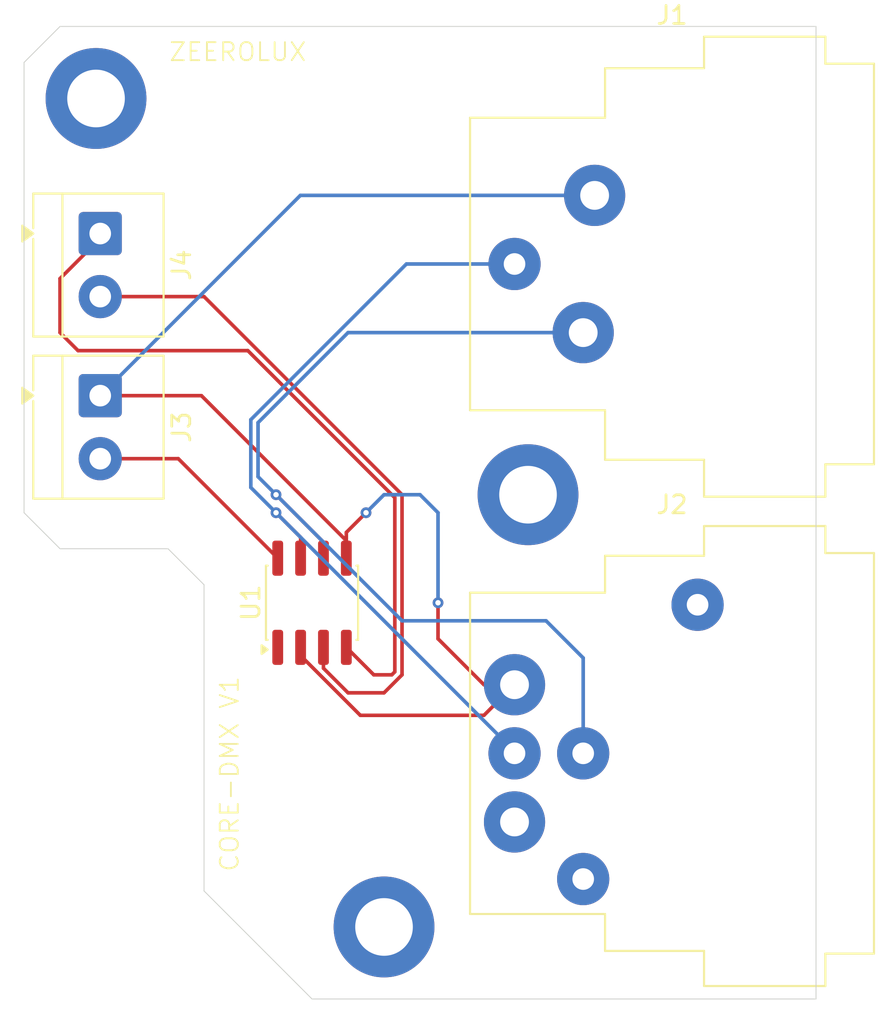
<source format=kicad_pcb>
(kicad_pcb (version 20241229) (generator "pcbnew") (generator_version "9.0")
  (layers (0 "F.Cu" signal) (2 "B.Cu" signal) (13 "F.Paste" user) (15 "B.Paste" user) (5 "F.SilkS" user "F.Silkscreen") (7 "B.SilkS" user "B.Silkscreen") (1 "F.Mask" user) (3 "B.Mask" user) (25 "Edge.Cuts" user))
  (net 0 "")
  (net 1 "D+")
  (net 2 "GND")
  (net 3 "D-")
  (net 6 "+5V")
  (net 7 "Din")
  (net 8 "Denable")
  (footprint "Package_SO:SOIC-8_3.9x4.9mm_P1.27mm" (layer "F.Cu") (at 86 51 90)
    (property "Reference" "U1" (at 0 -3.4 90) (layer "F.SilkS"))
    (property "Value" "MAX485E")
    (fp_line (start 2.06 -2.56) (end 2.06 -2.465) (stroke (width 0.12)) (layer "F.SilkS"))
    (fp_line (start -2.06 -2.56) (end 2.06 -2.56) (stroke (width 0.12)) (layer "F.SilkS"))
    (fp_line (start -2.06 -2.465) (end -2.06 -2.56) (stroke (width 0.12)) (layer "F.SilkS"))
    (fp_line (start 2.06 2.465) (end 2.06 2.56) (stroke (width 0.12)) (layer "F.SilkS"))
    (fp_line (start 2.06 2.56) (end -2.06 2.56) (stroke (width 0.12)) (layer "F.SilkS"))
    (fp_line (start -2.06 2.56) (end -2.06 2.465) (stroke (width 0.12)) (layer "F.SilkS"))
    (fp_poly (pts (xy -2.6 -2.47) (xy -2.84 -2.8) (xy -2.36 -2.8)) (stroke (width 0.12)) (fill yes) (layer "F.SilkS"))
    (pad "1" smd roundrect (at -2.475 -1.905 90) (size 1.95 0.6) (layers "F.Cu" "F.Mask" "F.Paste"))
    (pad "2" smd roundrect (at -2.475 -0.635 90) (size 1.95 0.6) (layers "F.Cu" "F.Mask" "F.Paste") (net 2 "GND"))
    (pad "3" smd roundrect (at -2.475 0.635 90) (size 1.95 0.6) (layers "F.Cu" "F.Mask" "F.Paste") (net 8 "Denable"))
    (pad "4" smd roundrect (at -2.475 1.905 90) (size 1.95 0.6) (layers "F.Cu" "F.Mask" "F.Paste") (net 7 "Din"))
    (pad "5" smd roundrect (at 2.475 1.905 90) (size 1.95 0.6) (layers "F.Cu" "F.Mask" "F.Paste") (net 2 "GND"))
    (pad "6" smd roundrect (at 2.475 0.635 90) (size 1.95 0.6) (layers "F.Cu" "F.Mask" "F.Paste") (net 3 "D-"))
    (pad "7" smd roundrect (at 2.475 -0.635 90) (size 1.95 0.6) (layers "F.Cu" "F.Mask" "F.Paste") (net 1 "D+"))
    (pad "8" smd roundrect (at 2.475 -1.905 90) (size 1.95 0.6) (layers "F.Cu" "F.Mask" "F.Paste") (net 6 "+5V"))
  )
  (footprint "TerminalBlock_4Ucon:TerminalBlock_4Ucon_1x02_P3.50mm_Horizontal" (layer "F.Cu") (at 74.2325 39.5 -90)
    (property "Reference" "J3" (at 1.75 -4.52 90) (layer "F.SilkS"))
    (property "Value" "Screw_Terminal_01x02")
    (fp_line (start -2.22 3.72) (end -2.22 -3.52) (stroke (width 0.12)) (layer "F.SilkS"))
    (fp_line (start -0.3 3.72) (end -2.22 3.72) (stroke (width 0.12)) (layer "F.SilkS"))
    (fp_line (start 5.72 3.72) (end 0.3 3.72) (stroke (width 0.12)) (layer "F.SilkS"))
    (fp_line (start -2.22 2.1) (end 5.72 2.1) (stroke (width 0.12)) (layer "F.SilkS"))
    (fp_line (start -2.22 -3.52) (end 5.72 -3.52) (stroke (width 0.12)) (layer "F.SilkS"))
    (fp_line (start 5.72 -3.52) (end 5.72 3.72) (stroke (width 0.12)) (layer "F.SilkS"))
    (fp_poly (pts (xy 0 3.72) (xy 0.44 4.33) (xy -0.44 4.33)) (stroke (width 0.12)) (fill yes) (layer "F.SilkS"))
    (pad "1" thru_hole roundrect (at 0 0 270) (size 2.4 2.4) (drill 1.2) (layers "*.Cu" "*.Mask") (roundrect_rratio 0.104167) (net 2 "GND"))
    (pad "2" thru_hole circle (at 3.5 0 270) (size 2.4 2.4) (drill 1.2) (layers "*.Cu" "*.Mask") (net 6 "+5V"))
  )
  (footprint "" (layer "F.Cu") (at 74 23)
    (property "Reference" "" (at 0 0 0) (layer "F.SilkS") (effects (font (size 1.27 1.27))))
    (property "Value" "")
    (pad "1" thru_hole circle (at 0 0) (size 5.6 5.6) (drill 3.2) (layers "*.Cu" "*.Mask"))
  )
  (footprint "TerminalBlock_4Ucon:TerminalBlock_4Ucon_1x02_P3.50mm_Horizontal" (layer "F.Cu") (at 74.2325 30.5 -90)
    (property "Reference" "J4" (at 1.75 -4.52 90) (layer "F.SilkS"))
    (property "Value" "Screw_Terminal_01x02")
    (fp_line (start -2.22 3.72) (end -2.22 -3.52) (stroke (width 0.12)) (layer "F.SilkS"))
    (fp_line (start -0.3 3.72) (end -2.22 3.72) (stroke (width 0.12)) (layer "F.SilkS"))
    (fp_line (start 5.72 3.72) (end 0.3 3.72) (stroke (width 0.12)) (layer "F.SilkS"))
    (fp_line (start -2.22 2.1) (end 5.72 2.1) (stroke (width 0.12)) (layer "F.SilkS"))
    (fp_line (start -2.22 -3.52) (end 5.72 -3.52) (stroke (width 0.12)) (layer "F.SilkS"))
    (fp_line (start 5.72 -3.52) (end 5.72 3.72) (stroke (width 0.12)) (layer "F.SilkS"))
    (fp_poly (pts (xy 0 3.72) (xy 0.44 4.33) (xy -0.44 4.33)) (stroke (width 0.12)) (fill yes) (layer "F.SilkS"))
    (pad "1" thru_hole roundrect (at 0 0 270) (size 2.4 2.4) (drill 1.2) (layers "*.Cu" "*.Mask") (roundrect_rratio 0.104167) (net 7 "Din"))
    (pad "2" thru_hole circle (at 3.5 0 270) (size 2.4 2.4) (drill 1.2) (layers "*.Cu" "*.Mask") (net 8 "Denable"))
  )
  (footprint "Connector_Audio:Jack_XLR_Neutrik_NC5FAH-0_Horizontal" (layer "F.Cu") (at 97.25 55.55)
    (property "Reference" "J2" (at 8.75 -10 0) (layer "F.SilkS"))
    (property "Value" "XLR5")
    (fp_line (start -2.47 -5.11) (end -2.47 12.73) (stroke (width 0.12)) (layer "F.SilkS"))
    (fp_line (start 5.03 -5.11) (end -2.47 -5.11) (stroke (width 0.12)) (layer "F.SilkS"))
    (fp_line (start 5.03 -5.11) (end 5.03 -7.16) (stroke (width 0.12)) (layer "F.SilkS"))
    (fp_line (start 5.03 12.73) (end -2.47 12.73) (stroke (width 0.12)) (layer "F.SilkS"))
    (fp_line (start 5.03 12.73) (end 5.03 14.78) (stroke (width 0.12)) (layer "F.SilkS"))
    (fp_line (start 10.53 -7.16) (end 5.03 -7.16) (stroke (width 0.12)) (layer "F.SilkS"))
    (fp_line (start 10.53 -7.16) (end 10.53 -8.81) (stroke (width 0.12)) (layer "F.SilkS"))
    (fp_line (start 10.53 14.78) (end 5.03 14.78) (stroke (width 0.12)) (layer "F.SilkS"))
    (fp_line (start 10.53 16.73) (end 10.53 14.78) (stroke (width 0.12)) (layer "F.SilkS"))
    (fp_line (start 17.27 -8.81) (end 10.53 -8.81) (stroke (width 0.12)) (layer "F.SilkS"))
    (fp_line (start 17.27 -8.81) (end 17.27 -7.31) (stroke (width 0.12)) (layer "F.SilkS"))
    (fp_line (start 17.27 -7.31) (end 19.97 -7.31) (stroke (width 0.12)) (layer "F.SilkS"))
    (fp_line (start 17.27 14.93) (end 17.27 16.73) (stroke (width 0.12)) (layer "F.SilkS"))
    (fp_line (start 17.27 14.93) (end 19.97 14.93) (stroke (width 0.12)) (layer "F.SilkS"))
    (fp_line (start 17.27 16.73) (end 10.53 16.73) (stroke (width 0.12)) (layer "F.SilkS"))
    (fp_line (start 19.97 -7.31) (end 19.97 14.93) (stroke (width 0.12)) (layer "F.SilkS"))
    (pad "" np_thru_hole circle (at 8.26 7.62) (size 1.6 1.6) (drill 1.6) (layers "*.Cu" "*.Mask"))
    (pad "" np_thru_hole circle (at 13.34 0) (size 1.6 1.6) (drill 1.6) (layers "*.Cu" "*.Mask"))
    (pad "1" thru_hole circle (at 0 0) (size 3.4 3.4) (drill 1.6) (layers "*.Cu" "*.Mask") (net 2 "GND"))
    (pad "2" thru_hole circle (at 3.815 3.81) (size 2.9 2.9) (drill 1.2) (layers "*.Cu" "*.Mask") (net 3 "D-"))
    (pad "3" thru_hole circle (at 0 3.81) (size 2.9 2.9) (drill 1.2) (layers "*.Cu" "*.Mask") (net 1 "D+"))
    (pad "4" thru_hole circle (at 3.815 10.79) (size 2.9 2.9) (drill 1.2) (layers "*.Cu" "*.Mask"))
    (pad "5" thru_hole circle (at 0 7.62) (size 3.4 3.4) (drill 1.6) (layers "*.Cu" "*.Mask"))
    (pad "G" thru_hole circle (at 10.17 -4.44) (size 2.9 2.9) (drill 1.2) (layers "*.Cu" "*.Mask"))
  )
  (footprint "MountingHole:MountingHole_3.2mm_M3_DIN965_Pad" (layer "F.Cu") (at 90 69)
    (property "Reference" "REF**" (hide yes))
    (property "Value" "MountingHole_3.2mm_M3_DIN965_Pad")
    (pad "1" thru_hole circle (at 0 0) (size 5.6 5.6) (drill 3.2) (layers "*.Cu" "*.Mask"))
  )
  (footprint "" (layer "F.Cu") (at 98 45)
    (property "Reference" "" (at 0 0 0) (layer "F.SilkS") (effects (font (size 1.27 1.27))))
    (property "Value" "")
    (pad "1" thru_hole circle (at 0 0) (size 5.6 5.6) (drill 3.2) (layers "*.Cu" "*.Mask"))
  )
  (footprint "Connector_Audio:Jack_XLR_Neutrik_NC3FAH-0_Horizontal" (layer "F.Cu") (at 101.7 28.38)
    (property "Reference" "J1" (at 4.3 -10 0) (layer "F.SilkS"))
    (property "Value" "XLR3")
    (fp_line (start -6.92 -4.31) (end -6.92 11.93) (stroke (width 0.12)) (layer "F.SilkS"))
    (fp_line (start 0.58 -7.06) (end 0.58 -4.31) (stroke (width 0.12)) (layer "F.SilkS"))
    (fp_line (start 0.58 -4.31) (end -6.92 -4.31) (stroke (width 0.12)) (layer "F.SilkS"))
    (fp_line (start 0.58 11.93) (end -6.92 11.93) (stroke (width 0.12)) (layer "F.SilkS"))
    (fp_line (start 0.58 11.93) (end 0.58 14.68) (stroke (width 0.12)) (layer "F.SilkS"))
    (fp_line (start 6.08 -7.06) (end 0.58 -7.06) (stroke (width 0.12)) (layer "F.SilkS"))
    (fp_line (start 6.08 -7.06) (end 6.08 -8.81) (stroke (width 0.12)) (layer "F.SilkS"))
    (fp_line (start 6.08 14.68) (end 0.58 14.68) (stroke (width 0.12)) (layer "F.SilkS"))
    (fp_line (start 6.08 16.73) (end 6.08 14.68) (stroke (width 0.12)) (layer "F.SilkS"))
    (fp_line (start 12.82 -8.81) (end 6.08 -8.81) (stroke (width 0.12)) (layer "F.SilkS"))
    (fp_line (start 12.82 -8.81) (end 12.82 -7.31) (stroke (width 0.12)) (layer "F.SilkS"))
    (fp_line (start 12.82 -7.31) (end 15.52 -7.31) (stroke (width 0.12)) (layer "F.SilkS"))
    (fp_line (start 12.82 14.93) (end 12.82 16.73) (stroke (width 0.12)) (layer "F.SilkS"))
    (fp_line (start 12.82 14.93) (end 15.52 14.93) (stroke (width 0.12)) (layer "F.SilkS"))
    (fp_line (start 12.82 16.73) (end 6.08 16.73) (stroke (width 0.12)) (layer "F.SilkS"))
    (fp_line (start 15.52 -7.31) (end 15.52 14.93) (stroke (width 0.12)) (layer "F.SilkS"))
    (pad "" np_thru_hole circle (at 3.81 7.62) (size 1.6 1.6) (drill 1.6) (layers "*.Cu" "*.Mask"))
    (pad "" np_thru_hole circle (at 8.89 0) (size 1.6 1.6) (drill 1.6) (layers "*.Cu" "*.Mask"))
    (pad "1" thru_hole circle (at 0 0) (size 3.4 3.4) (drill 1.6) (layers "*.Cu" "*.Mask") (net 2 "GND"))
    (pad "2" thru_hole circle (at -0.635 7.62) (size 3.4 3.4) (drill 1.6) (layers "*.Cu" "*.Mask") (net 3 "D-"))
    (pad "3" thru_hole circle (at -4.45 3.81) (size 2.9 2.9) (drill 1.2) (layers "*.Cu" "*.Mask") (net 1 "D+"))
  )
  (gr_line (start 86 73) (end 80 67) (stroke (width 0.05)) (layer "Edge.Cuts"))
  (gr_line (start 72 48) (end 70 46) (stroke (width 0.05)) (layer "Edge.Cuts"))
  (gr_line (start 70 21) (end 72 19) (stroke (width 0.05)) (layer "Edge.Cuts"))
  (gr_line (start 72 19) (end 114 19) (stroke (width 0.05)) (layer "Edge.Cuts"))
  (gr_line (start 78 48) (end 72 48) (stroke (width 0.05)) (layer "Edge.Cuts"))
  (gr_line (start 70 46) (end 70 21) (stroke (width 0.05)) (layer "Edge.Cuts"))
  (gr_line (start 114 19) (end 114 73) (stroke (width 0.05)) (layer "Edge.Cuts"))
  (gr_line (start 114 73) (end 86 73) (stroke (width 0.05)) (layer "Edge.Cuts"))
  (gr_line (start 80 67) (end 80 50) (stroke (width 0.05)) (layer "Edge.Cuts"))
  (gr_line (start 80 50) (end 78 48) (stroke (width 0.05)) (layer "Edge.Cuts"))
  (gr_text "ZEEROLUX" (at 78 21 0) (layer "F.SilkS") (effects (font (size 1 1) (thickness 0.1)) (justify left bottom)))
  (gr_text "CORE-DMX V1" (at 82 66 90) (layer "F.SilkS") (effects (font (size 1 1) (thickness 0.1)) (justify left bottom)))
  (segment (start 85.365 48.525) (end 85.365 47.365) (width 0.2) (layer "F.Cu") (net 1))
  (segment (start 85.365 47.365) (end 84 46) (width 0.2) (layer "F.Cu") (net 1))
  (via (at 84 46) (size 0.6) (drill 0.3) (layers "F.Cu" "B.Cu") (net 1))
  (segment (start 91.2429 32.19) (end 97.25 32.19) (width 0.2) (layer "B.Cu") (net 1))
  (segment (start 97.25 59.36) (end 97.25 59.25) (width 0.2) (layer "B.Cu") (net 1))
  (segment (start 97.25 59.25) (end 84 46) (width 0.2) (layer "B.Cu") (net 1))
  (segment (start 84 46) (end 82.599 44.599) (width 0.2) (layer "B.Cu") (net 1))
  (segment (start 82.599 40.8339) (end 91.2429 32.19) (width 0.2) (layer "B.Cu") (net 1))
  (segment (start 82.599 44.599) (end 82.599 40.8339) (width 0.2) (layer "B.Cu") (net 1))
  (segment (start 85.365 53.9321) (end 88.6829 57.25) (width 0.2) (layer "F.Cu") (net 2))
  (segment (start 93 51) (end 93 53) (width 0.2) (layer "F.Cu") (net 2))
  (segment (start 79.854999 39.5) (end 74.2325 39.5) (width 0.2) (layer "F.Cu") (net 2))
  (segment (start 87.905 48.525) (end 87.905 47.095) (width 0.2) (layer "F.Cu") (net 2))
  (segment (start 93 53) (end 95.55 55.55) (width 0.2) (layer "F.Cu") (net 2))
  (segment (start 95.55 57.25) (end 97.25 55.55) (width 0.2) (layer "F.Cu") (net 2))
  (segment (start 87.905 48.525) (end 87.905 48.905) (width 0.2) (layer "F.Cu") (net 2))
  (segment (start 87.905 47.550001) (end 79.854999 39.5) (width 0.2) (layer "F.Cu") (net 2))
  (segment (start 85.365 53.475) (end 85.365 53.9321) (width 0.2) (layer "F.Cu") (net 2))
  (segment (start 87.905 47.095) (end 89 46) (width 0.2) (layer "F.Cu") (net 2))
  (segment (start 88.6829 57.25) (end 95.55 57.25) (width 0.2) (layer "F.Cu") (net 2))
  (segment (start 95.55 55.55) (end 97.25 55.55) (width 0.2) (layer "F.Cu") (net 2))
  (segment (start 87.905 48.525) (end 87.905 47.550001) (width 0.2) (layer "F.Cu") (net 2))
  (via (at 93 51) (size 0.6) (drill 0.3) (layers "F.Cu" "B.Cu") (net 2))
  (via (at 89 46) (size 0.6) (drill 0.3) (layers "F.Cu" "B.Cu") (net 2))
  (segment (start 85.3525 28.38) (end 74.2325 39.5) (width 0.2) (layer "B.Cu") (net 2))
  (segment (start 92 45) (end 93 46) (width 0.2) (layer "B.Cu") (net 2))
  (segment (start 93 46) (end 93 51) (width 0.2) (layer "B.Cu") (net 2))
  (segment (start 90 45) (end 92 45) (width 0.2) (layer "B.Cu") (net 2))
  (segment (start 89 46) (end 90 45) (width 0.2) (layer "B.Cu") (net 2))
  (segment (start 101.7 28.38) (end 85.3525 28.38) (width 0.2) (layer "B.Cu") (net 2))
  (segment (start 86.635 47.635) (end 84 45) (width 0.2) (layer "F.Cu") (net 3))
  (segment (start 86.635 48.525) (end 86.635 47.635) (width 0.2) (layer "F.Cu") (net 3))
  (via (at 84 45) (size 0.6) (drill 0.3) (layers "F.Cu" "B.Cu") (net 3))
  (segment (start 101.065 54.065) (end 99 52) (width 0.2) (layer "B.Cu") (net 3))
  (segment (start 88 36) (end 101.065 36) (width 0.2) (layer "B.Cu") (net 3))
  (segment (start 83 44) (end 83 41) (width 0.2) (layer "B.Cu") (net 3))
  (segment (start 91 52) (end 84 45) (width 0.2) (layer "B.Cu") (net 3))
  (segment (start 83 41) (end 88 36) (width 0.2) (layer "B.Cu") (net 3))
  (segment (start 101.065 59.36) (end 101.065 54.065) (width 0.2) (layer "B.Cu") (net 3))
  (segment (start 99 52) (end 91 52) (width 0.2) (layer "B.Cu") (net 3))
  (segment (start 84 45) (end 83 44) (width 0.2) (layer "B.Cu") (net 3))
  (segment (start 78.57 43) (end 74.2325 43) (width 0.2) (layer "F.Cu") (net 6))
  (segment (start 84.095 48.525) (end 78.57 43) (width 0.2) (layer "F.Cu") (net 6))
  (segment (start 82.4329 37) (end 73 37) (width 0.2) (layer "F.Cu") (net 7))
  (segment (start 89.43 55) (end 90.4329 55) (width 0.2) (layer "F.Cu") (net 7))
  (segment (start 90.599 45.1661) (end 82.4329 37) (width 0.2) (layer "F.Cu") (net 7))
  (segment (start 87.905 53.475) (end 89.43 55) (width 0.2) (layer "F.Cu") (net 7))
  (segment (start 90.4329 55) (end 90.599 54.8339) (width 0.2) (layer "F.Cu") (net 7))
  (segment (start 73 37) (end 72 36) (width 0.2) (layer "F.Cu") (net 7))
  (segment (start 72 33) (end 74.2325 30.7675) (width 0.2) (layer "F.Cu") (net 7))
  (segment (start 74.2325 30.7675) (end 74.2325 30.5) (width 0.2) (layer "F.Cu") (net 7))
  (segment (start 90.599 54.8339) (end 90.599 45.1661) (width 0.2) (layer "F.Cu") (net 7))
  (segment (start 72 36) (end 72 33) (width 0.2) (layer "F.Cu") (net 7))
  (segment (start 88 56) (end 90 56) (width 0.2) (layer "F.Cu") (net 8))
  (segment (start 80 34) (end 74.2325 34) (width 0.2) (layer "F.Cu") (net 8))
  (segment (start 90 56) (end 91 55) (width 0.2) (layer "F.Cu") (net 8))
  (segment (start 86.635 53.475) (end 86.635 54.635) (width 0.2) (layer "F.Cu") (net 8))
  (segment (start 91 45) (end 80 34) (width 0.2) (layer "F.Cu") (net 8))
  (segment (start 86.635 54.635) (end 88 56) (width 0.2) (layer "F.Cu") (net 8))
  (segment (start 91 55) (end 91 45) (width 0.2) (layer "F.Cu") (net 8))
)
</source>
